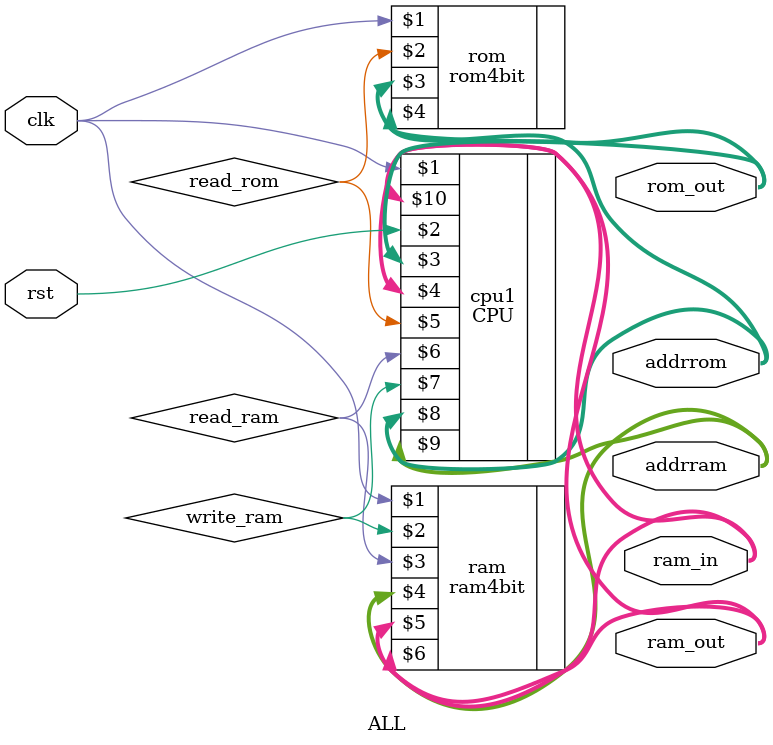
<source format=v>
module ALL(clk,rst, rom_out, ram_out, ram_in, addrram, addrrom );
	
input clk, rst;
output [7:0] rom_out, ram_in, ram_out;
output [3:0] addrram, addrrom;

wire rom_read, ram_read, ram_write;

//module CPU(clk,rst,in_inst, in_data,read_rom,read_ram, write_ram, addr_rom, addr_ram, out_ACC);
CPU cpu1(clk,rst,rom_out, ram_out,read_rom,read_ram, write_ram, addrrom, addrram, ram_in);


//module rom4bit (clk,read, addr, data);
rom4bit rom (clk,read_rom, addrrom, rom_out);

//module ram4bit (clk, Write, Read, Addrs, Data_In, Data_Out);
ram4bit ram (clk, write_ram, read_ram, addrram, ram_in, ram_out);


endmodule

</source>
